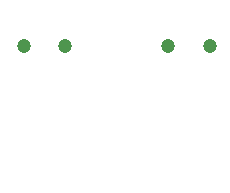
<source format=gbr>
%TF.GenerationSoftware,Altium Limited,Altium Designer,23.9.2 (47)*%
G04 Layer_Color=0*
%FSLAX45Y45*%
%MOMM*%
%TF.SameCoordinates,14EE52A8-4136-4093-BC95-9A2147CF655B*%
%TF.FilePolarity,Positive*%
%TF.FileFunction,Plated,1,2,PTH,Drill*%
%TF.Part,Single*%
G01*
G75*
%TA.AperFunction,ComponentDrill*%
%ADD60C,1.20000*%
%TA.AperFunction,ViaDrill,NotFilled*%
%ADD61C,0.15000*%
D60*
X1800000Y1280000D02*
D03*
X1450000D02*
D03*
X579999D02*
D03*
X229999D02*
D03*
D61*
X1050000Y400000D02*
D03*
X1700000Y160000D02*
D03*
X1790000Y270000D02*
D03*
X1260000Y1620000D02*
D03*
X740000D02*
D03*
X260000Y110000D02*
D03*
X470000Y970000D02*
D03*
X1200000Y570000D02*
D03*
X910000Y540000D02*
D03*
X1010000Y140000D02*
D03*
X1350000Y490000D02*
D03*
X1700000Y390000D02*
D03*
X1390000Y80000D02*
D03*
X1880000Y120000D02*
D03*
X1920000Y1620000D02*
D03*
X80000D02*
D03*
X180000Y90000D02*
D03*
X440000Y130000D02*
D03*
X660000Y630000D02*
D03*
X1820000Y750000D02*
D03*
X1910000Y860000D02*
D03*
X1820000Y970000D02*
D03*
X340000D02*
D03*
X640000Y830000D02*
D03*
X120000Y530000D02*
D03*
X430000Y580000D02*
D03*
X420000Y370000D02*
D03*
X700000Y130000D02*
D03*
X1539492Y745051D02*
D03*
%TF.MD5,8ad74250e282c8c220b98eba0b478457*%
M02*

</source>
